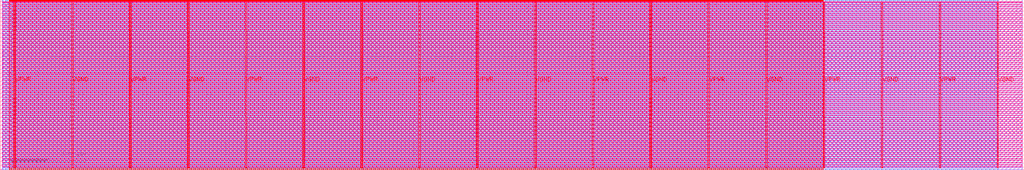
<source format=lef>
VERSION 5.7 ;
  NOWIREEXTENSIONATPIN ON ;
  DIVIDERCHAR "/" ;
  BUSBITCHARS "[]" ;
MACRO tt_um_psychogenic_shaman_dup
  CLASS BLOCK ;
  FOREIGN tt_um_psychogenic_shaman_dup ;
  ORIGIN 0.000 0.000 ;
  SIZE 1359.760 BY 225.760 ;
  PIN VGND
    DIRECTION INOUT ;
    USE GROUND ;
    PORT
      LAYER met4 ;
        RECT 95.080 2.480 96.680 223.280 ;
    END
    PORT
      LAYER met4 ;
        RECT 248.680 2.480 250.280 223.280 ;
    END
    PORT
      LAYER met4 ;
        RECT 402.280 2.480 403.880 223.280 ;
    END
    PORT
      LAYER met4 ;
        RECT 555.880 2.480 557.480 223.280 ;
    END
    PORT
      LAYER met4 ;
        RECT 709.480 2.480 711.080 223.280 ;
    END
    PORT
      LAYER met4 ;
        RECT 863.080 2.480 864.680 223.280 ;
    END
    PORT
      LAYER met4 ;
        RECT 1016.680 2.480 1018.280 223.280 ;
    END
    PORT
      LAYER met4 ;
        RECT 1170.280 2.480 1171.880 223.280 ;
    END
    PORT
      LAYER met4 ;
        RECT 1323.880 2.480 1325.480 223.280 ;
    END
  END VGND
  PIN VPWR
    DIRECTION INOUT ;
    USE POWER ;
    PORT
      LAYER met4 ;
        RECT 18.280 2.480 19.880 223.280 ;
    END
    PORT
      LAYER met4 ;
        RECT 171.880 2.480 173.480 223.280 ;
    END
    PORT
      LAYER met4 ;
        RECT 325.480 2.480 327.080 223.280 ;
    END
    PORT
      LAYER met4 ;
        RECT 479.080 2.480 480.680 223.280 ;
    END
    PORT
      LAYER met4 ;
        RECT 632.680 2.480 634.280 223.280 ;
    END
    PORT
      LAYER met4 ;
        RECT 786.280 2.480 787.880 223.280 ;
    END
    PORT
      LAYER met4 ;
        RECT 939.880 2.480 941.480 223.280 ;
    END
    PORT
      LAYER met4 ;
        RECT 1093.480 2.480 1095.080 223.280 ;
    END
    PORT
      LAYER met4 ;
        RECT 1247.080 2.480 1248.680 223.280 ;
    END
  END VPWR
  PIN clk
    DIRECTION INPUT ;
    USE SIGNAL ;
    ANTENNAGATEAREA 0.852000 ;
    PORT
      LAYER met4 ;
        RECT 145.670 224.760 145.970 225.760 ;
    END
  END clk
  PIN ena
    DIRECTION INPUT ;
    USE SIGNAL ;
    PORT
      LAYER met4 ;
        RECT 148.430 224.760 148.730 225.760 ;
    END
  END ena
  PIN rst_n
    DIRECTION INPUT ;
    USE SIGNAL ;
    ANTENNAGATEAREA 0.247500 ;
    PORT
      LAYER met4 ;
        RECT 142.910 224.760 143.210 225.760 ;
    END
  END rst_n
  PIN ui_in[0]
    DIRECTION INPUT ;
    USE SIGNAL ;
    ANTENNAGATEAREA 0.196500 ;
    PORT
      LAYER met4 ;
        RECT 140.150 224.760 140.450 225.760 ;
    END
  END ui_in[0]
  PIN ui_in[1]
    DIRECTION INPUT ;
    USE SIGNAL ;
    ANTENNAGATEAREA 0.196500 ;
    PORT
      LAYER met4 ;
        RECT 137.390 224.760 137.690 225.760 ;
    END
  END ui_in[1]
  PIN ui_in[2]
    DIRECTION INPUT ;
    USE SIGNAL ;
    ANTENNAGATEAREA 0.196500 ;
    PORT
      LAYER met4 ;
        RECT 134.630 224.760 134.930 225.760 ;
    END
  END ui_in[2]
  PIN ui_in[3]
    DIRECTION INPUT ;
    USE SIGNAL ;
    ANTENNAGATEAREA 0.196500 ;
    PORT
      LAYER met4 ;
        RECT 131.870 224.760 132.170 225.760 ;
    END
  END ui_in[3]
  PIN ui_in[4]
    DIRECTION INPUT ;
    USE SIGNAL ;
    ANTENNAGATEAREA 0.196500 ;
    PORT
      LAYER met4 ;
        RECT 129.110 224.760 129.410 225.760 ;
    END
  END ui_in[4]
  PIN ui_in[5]
    DIRECTION INPUT ;
    USE SIGNAL ;
    ANTENNAGATEAREA 0.196500 ;
    PORT
      LAYER met4 ;
        RECT 126.350 224.760 126.650 225.760 ;
    END
  END ui_in[5]
  PIN ui_in[6]
    DIRECTION INPUT ;
    USE SIGNAL ;
    ANTENNAGATEAREA 0.196500 ;
    PORT
      LAYER met4 ;
        RECT 123.590 224.760 123.890 225.760 ;
    END
  END ui_in[6]
  PIN ui_in[7]
    DIRECTION INPUT ;
    USE SIGNAL ;
    ANTENNAGATEAREA 0.196500 ;
    PORT
      LAYER met4 ;
        RECT 120.830 224.760 121.130 225.760 ;
    END
  END ui_in[7]
  PIN uio_in[0]
    DIRECTION INPUT ;
    USE SIGNAL ;
    PORT
      LAYER met4 ;
        RECT 118.070 224.760 118.370 225.760 ;
    END
  END uio_in[0]
  PIN uio_in[1]
    DIRECTION INPUT ;
    USE SIGNAL ;
    PORT
      LAYER met4 ;
        RECT 115.310 224.760 115.610 225.760 ;
    END
  END uio_in[1]
  PIN uio_in[2]
    DIRECTION INPUT ;
    USE SIGNAL ;
    ANTENNAGATEAREA 0.247500 ;
    PORT
      LAYER met4 ;
        RECT 112.550 224.760 112.850 225.760 ;
    END
  END uio_in[2]
  PIN uio_in[3]
    DIRECTION INPUT ;
    USE SIGNAL ;
    ANTENNAGATEAREA 0.213000 ;
    PORT
      LAYER met4 ;
        RECT 109.790 224.760 110.090 225.760 ;
    END
  END uio_in[3]
  PIN uio_in[4]
    DIRECTION INPUT ;
    USE SIGNAL ;
    PORT
      LAYER met4 ;
        RECT 107.030 224.760 107.330 225.760 ;
    END
  END uio_in[4]
  PIN uio_in[5]
    DIRECTION INPUT ;
    USE SIGNAL ;
    PORT
      LAYER met4 ;
        RECT 104.270 224.760 104.570 225.760 ;
    END
  END uio_in[5]
  PIN uio_in[6]
    DIRECTION INPUT ;
    USE SIGNAL ;
    ANTENNAGATEAREA 0.495000 ;
    PORT
      LAYER met4 ;
        RECT 101.510 224.760 101.810 225.760 ;
    END
  END uio_in[6]
  PIN uio_in[7]
    DIRECTION INPUT ;
    USE SIGNAL ;
    ANTENNAGATEAREA 0.213000 ;
    PORT
      LAYER met4 ;
        RECT 98.750 224.760 99.050 225.760 ;
    END
  END uio_in[7]
  PIN uio_oe[0]
    DIRECTION OUTPUT TRISTATE ;
    USE SIGNAL ;
    PORT
      LAYER met4 ;
        RECT 51.830 224.760 52.130 225.760 ;
    END
  END uio_oe[0]
  PIN uio_oe[1]
    DIRECTION OUTPUT TRISTATE ;
    USE SIGNAL ;
    PORT
      LAYER met4 ;
        RECT 49.070 224.760 49.370 225.760 ;
    END
  END uio_oe[1]
  PIN uio_oe[2]
    DIRECTION OUTPUT TRISTATE ;
    USE SIGNAL ;
    PORT
      LAYER met4 ;
        RECT 46.310 224.760 46.610 225.760 ;
    END
  END uio_oe[2]
  PIN uio_oe[3]
    DIRECTION OUTPUT TRISTATE ;
    USE SIGNAL ;
    PORT
      LAYER met4 ;
        RECT 43.550 224.760 43.850 225.760 ;
    END
  END uio_oe[3]
  PIN uio_oe[4]
    DIRECTION OUTPUT TRISTATE ;
    USE SIGNAL ;
    PORT
      LAYER met4 ;
        RECT 40.790 224.760 41.090 225.760 ;
    END
  END uio_oe[4]
  PIN uio_oe[5]
    DIRECTION OUTPUT TRISTATE ;
    USE SIGNAL ;
    PORT
      LAYER met4 ;
        RECT 38.030 224.760 38.330 225.760 ;
    END
  END uio_oe[5]
  PIN uio_oe[6]
    DIRECTION OUTPUT TRISTATE ;
    USE SIGNAL ;
    PORT
      LAYER met4 ;
        RECT 35.270 224.760 35.570 225.760 ;
    END
  END uio_oe[6]
  PIN uio_oe[7]
    DIRECTION OUTPUT TRISTATE ;
    USE SIGNAL ;
    PORT
      LAYER met4 ;
        RECT 32.510 224.760 32.810 225.760 ;
    END
  END uio_oe[7]
  PIN uio_out[0]
    DIRECTION OUTPUT TRISTATE ;
    USE SIGNAL ;
    ANTENNADIFFAREA 0.891000 ;
    PORT
      LAYER met4 ;
        RECT 73.910 224.760 74.210 225.760 ;
    END
  END uio_out[0]
  PIN uio_out[1]
    DIRECTION OUTPUT TRISTATE ;
    USE SIGNAL ;
    ANTENNADIFFAREA 0.891000 ;
    PORT
      LAYER met4 ;
        RECT 71.150 224.760 71.450 225.760 ;
    END
  END uio_out[1]
  PIN uio_out[2]
    DIRECTION OUTPUT TRISTATE ;
    USE SIGNAL ;
    PORT
      LAYER met4 ;
        RECT 68.390 224.760 68.690 225.760 ;
    END
  END uio_out[2]
  PIN uio_out[3]
    DIRECTION OUTPUT TRISTATE ;
    USE SIGNAL ;
    PORT
      LAYER met4 ;
        RECT 65.630 224.760 65.930 225.760 ;
    END
  END uio_out[3]
  PIN uio_out[4]
    DIRECTION OUTPUT TRISTATE ;
    USE SIGNAL ;
    ANTENNADIFFAREA 0.795200 ;
    PORT
      LAYER met4 ;
        RECT 62.870 224.760 63.170 225.760 ;
    END
  END uio_out[4]
  PIN uio_out[5]
    DIRECTION OUTPUT TRISTATE ;
    USE SIGNAL ;
    ANTENNADIFFAREA 0.891000 ;
    PORT
      LAYER met4 ;
        RECT 60.110 224.760 60.410 225.760 ;
    END
  END uio_out[5]
  PIN uio_out[6]
    DIRECTION OUTPUT TRISTATE ;
    USE SIGNAL ;
    PORT
      LAYER met4 ;
        RECT 57.350 224.760 57.650 225.760 ;
    END
  END uio_out[6]
  PIN uio_out[7]
    DIRECTION OUTPUT TRISTATE ;
    USE SIGNAL ;
    PORT
      LAYER met4 ;
        RECT 54.590 224.760 54.890 225.760 ;
    END
  END uio_out[7]
  PIN uo_out[0]
    DIRECTION OUTPUT TRISTATE ;
    USE SIGNAL ;
    ANTENNADIFFAREA 0.891000 ;
    PORT
      LAYER met4 ;
        RECT 95.990 224.760 96.290 225.760 ;
    END
  END uo_out[0]
  PIN uo_out[1]
    DIRECTION OUTPUT TRISTATE ;
    USE SIGNAL ;
    ANTENNADIFFAREA 0.891000 ;
    PORT
      LAYER met4 ;
        RECT 93.230 224.760 93.530 225.760 ;
    END
  END uo_out[1]
  PIN uo_out[2]
    DIRECTION OUTPUT TRISTATE ;
    USE SIGNAL ;
    ANTENNADIFFAREA 0.891000 ;
    PORT
      LAYER met4 ;
        RECT 90.470 224.760 90.770 225.760 ;
    END
  END uo_out[2]
  PIN uo_out[3]
    DIRECTION OUTPUT TRISTATE ;
    USE SIGNAL ;
    ANTENNADIFFAREA 0.891000 ;
    PORT
      LAYER met4 ;
        RECT 87.710 224.760 88.010 225.760 ;
    END
  END uo_out[3]
  PIN uo_out[4]
    DIRECTION OUTPUT TRISTATE ;
    USE SIGNAL ;
    ANTENNADIFFAREA 0.891000 ;
    PORT
      LAYER met4 ;
        RECT 84.950 224.760 85.250 225.760 ;
    END
  END uo_out[4]
  PIN uo_out[5]
    DIRECTION OUTPUT TRISTATE ;
    USE SIGNAL ;
    ANTENNADIFFAREA 0.445500 ;
    PORT
      LAYER met4 ;
        RECT 82.190 224.760 82.490 225.760 ;
    END
  END uo_out[5]
  PIN uo_out[6]
    DIRECTION OUTPUT TRISTATE ;
    USE SIGNAL ;
    ANTENNADIFFAREA 0.445500 ;
    PORT
      LAYER met4 ;
        RECT 79.430 224.760 79.730 225.760 ;
    END
  END uo_out[6]
  PIN uo_out[7]
    DIRECTION OUTPUT TRISTATE ;
    USE SIGNAL ;
    ANTENNADIFFAREA 0.891000 ;
    PORT
      LAYER met4 ;
        RECT 76.670 224.760 76.970 225.760 ;
    END
  END uo_out[7]
  OBS
      LAYER nwell ;
        RECT 2.570 221.625 1357.190 223.230 ;
        RECT 2.570 216.185 1357.190 219.015 ;
        RECT 2.570 210.745 1357.190 213.575 ;
        RECT 2.570 205.305 1357.190 208.135 ;
        RECT 2.570 199.865 1357.190 202.695 ;
        RECT 2.570 194.425 1357.190 197.255 ;
        RECT 2.570 188.985 1357.190 191.815 ;
        RECT 2.570 183.545 1357.190 186.375 ;
        RECT 2.570 178.105 1357.190 180.935 ;
        RECT 2.570 172.665 1357.190 175.495 ;
        RECT 2.570 167.225 1357.190 170.055 ;
        RECT 2.570 161.785 1357.190 164.615 ;
        RECT 2.570 156.345 1357.190 159.175 ;
        RECT 2.570 150.905 1357.190 153.735 ;
        RECT 2.570 145.465 1357.190 148.295 ;
        RECT 2.570 140.025 1357.190 142.855 ;
        RECT 2.570 134.585 1357.190 137.415 ;
        RECT 2.570 129.145 1357.190 131.975 ;
        RECT 2.570 123.705 1357.190 126.535 ;
        RECT 2.570 118.265 1357.190 121.095 ;
        RECT 2.570 112.825 1357.190 115.655 ;
        RECT 2.570 107.385 1357.190 110.215 ;
        RECT 2.570 101.945 1357.190 104.775 ;
        RECT 2.570 96.505 1357.190 99.335 ;
        RECT 2.570 91.065 1357.190 93.895 ;
        RECT 2.570 85.625 1357.190 88.455 ;
        RECT 2.570 80.185 1357.190 83.015 ;
        RECT 2.570 74.745 1357.190 77.575 ;
        RECT 2.570 69.305 1357.190 72.135 ;
        RECT 2.570 63.865 1357.190 66.695 ;
        RECT 2.570 58.425 1357.190 61.255 ;
        RECT 2.570 52.985 1357.190 55.815 ;
        RECT 2.570 47.545 1357.190 50.375 ;
        RECT 2.570 42.105 1357.190 44.935 ;
        RECT 2.570 36.665 1357.190 39.495 ;
        RECT 2.570 31.225 1357.190 34.055 ;
        RECT 2.570 25.785 1357.190 28.615 ;
        RECT 2.570 20.345 1357.190 23.175 ;
        RECT 2.570 14.905 1357.190 17.735 ;
        RECT 2.570 9.465 1357.190 12.295 ;
        RECT 2.570 4.025 1357.190 6.855 ;
      LAYER li1 ;
        RECT 2.760 2.635 1357.000 223.125 ;
      LAYER met1 ;
        RECT 2.760 0.040 1357.000 225.720 ;
      LAYER met2 ;
        RECT 4.240 0.010 1325.450 225.750 ;
      LAYER met3 ;
        RECT 7.425 0.175 1325.470 224.905 ;
      LAYER met4 ;
        RECT 12.255 224.360 32.110 224.905 ;
        RECT 33.210 224.360 34.870 224.905 ;
        RECT 35.970 224.360 37.630 224.905 ;
        RECT 38.730 224.360 40.390 224.905 ;
        RECT 41.490 224.360 43.150 224.905 ;
        RECT 44.250 224.360 45.910 224.905 ;
        RECT 47.010 224.360 48.670 224.905 ;
        RECT 49.770 224.360 51.430 224.905 ;
        RECT 52.530 224.360 54.190 224.905 ;
        RECT 55.290 224.360 56.950 224.905 ;
        RECT 58.050 224.360 59.710 224.905 ;
        RECT 60.810 224.360 62.470 224.905 ;
        RECT 63.570 224.360 65.230 224.905 ;
        RECT 66.330 224.360 67.990 224.905 ;
        RECT 69.090 224.360 70.750 224.905 ;
        RECT 71.850 224.360 73.510 224.905 ;
        RECT 74.610 224.360 76.270 224.905 ;
        RECT 77.370 224.360 79.030 224.905 ;
        RECT 80.130 224.360 81.790 224.905 ;
        RECT 82.890 224.360 84.550 224.905 ;
        RECT 85.650 224.360 87.310 224.905 ;
        RECT 88.410 224.360 90.070 224.905 ;
        RECT 91.170 224.360 92.830 224.905 ;
        RECT 93.930 224.360 95.590 224.905 ;
        RECT 96.690 224.360 98.350 224.905 ;
        RECT 99.450 224.360 101.110 224.905 ;
        RECT 102.210 224.360 103.870 224.905 ;
        RECT 104.970 224.360 106.630 224.905 ;
        RECT 107.730 224.360 109.390 224.905 ;
        RECT 110.490 224.360 112.150 224.905 ;
        RECT 113.250 224.360 114.910 224.905 ;
        RECT 116.010 224.360 117.670 224.905 ;
        RECT 118.770 224.360 120.430 224.905 ;
        RECT 121.530 224.360 123.190 224.905 ;
        RECT 124.290 224.360 125.950 224.905 ;
        RECT 127.050 224.360 128.710 224.905 ;
        RECT 129.810 224.360 131.470 224.905 ;
        RECT 132.570 224.360 134.230 224.905 ;
        RECT 135.330 224.360 136.990 224.905 ;
        RECT 138.090 224.360 139.750 224.905 ;
        RECT 140.850 224.360 142.510 224.905 ;
        RECT 143.610 224.360 145.270 224.905 ;
        RECT 146.370 224.360 148.030 224.905 ;
        RECT 149.130 224.360 1092.665 224.905 ;
        RECT 12.255 223.680 1092.665 224.360 ;
        RECT 12.255 2.080 17.880 223.680 ;
        RECT 20.280 2.080 94.680 223.680 ;
        RECT 97.080 2.080 171.480 223.680 ;
        RECT 173.880 2.080 248.280 223.680 ;
        RECT 250.680 2.080 325.080 223.680 ;
        RECT 327.480 2.080 401.880 223.680 ;
        RECT 404.280 2.080 478.680 223.680 ;
        RECT 481.080 2.080 555.480 223.680 ;
        RECT 557.880 2.080 632.280 223.680 ;
        RECT 634.680 2.080 709.080 223.680 ;
        RECT 711.480 2.080 785.880 223.680 ;
        RECT 788.280 2.080 862.680 223.680 ;
        RECT 865.080 2.080 939.480 223.680 ;
        RECT 941.880 2.080 1016.280 223.680 ;
        RECT 1018.680 2.080 1092.665 223.680 ;
        RECT 12.255 0.175 1092.665 2.080 ;
  END
END tt_um_psychogenic_shaman_dup
END LIBRARY


</source>
